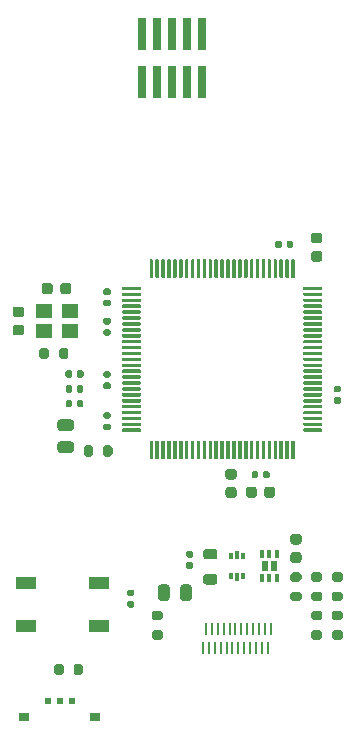
<source format=gbr>
%TF.GenerationSoftware,KiCad,Pcbnew,(5.1.9)-1*%
%TF.CreationDate,2021-07-09T22:50:26+02:00*%
%TF.ProjectId,hyperboard,68797065-7262-46f6-9172-642e6b696361,rev?*%
%TF.SameCoordinates,Original*%
%TF.FileFunction,Paste,Top*%
%TF.FilePolarity,Positive*%
%FSLAX46Y46*%
G04 Gerber Fmt 4.6, Leading zero omitted, Abs format (unit mm)*
G04 Created by KiCad (PCBNEW (5.1.9)-1) date 2021-07-09 22:50:26*
%MOMM*%
%LPD*%
G01*
G04 APERTURE LIST*
%ADD10R,1.800000X1.100000*%
%ADD11R,0.900000X0.700000*%
%ADD12R,0.600000X0.510000*%
%ADD13R,0.375000X0.500000*%
%ADD14R,0.300000X0.650000*%
%ADD15R,0.270000X1.000000*%
%ADD16R,1.400000X1.200000*%
%ADD17R,0.630000X0.820000*%
%ADD18R,0.350000X0.650000*%
%ADD19R,0.740000X2.790000*%
G04 APERTURE END LIST*
D10*
%TO.C,SW1*%
X126350000Y-139850000D03*
X120150000Y-139850000D03*
X126350000Y-136150000D03*
X120150000Y-136150000D03*
%TD*%
D11*
%TO.C,SW2*%
X126000000Y-147550000D03*
X120000000Y-147550000D03*
D12*
X123000000Y-146195000D03*
X124000000Y-146195000D03*
X122000000Y-146195000D03*
%TD*%
D13*
%TO.C,U3*%
X137462500Y-133900000D03*
X138537500Y-133900000D03*
D14*
X138000000Y-135675000D03*
X138000000Y-133825000D03*
D13*
X138537500Y-135600000D03*
X137462500Y-135600000D03*
%TD*%
%TO.C,C9*%
G36*
G01*
X143250000Y-132925000D02*
X142750000Y-132925000D01*
G75*
G02*
X142525000Y-132700000I0J225000D01*
G01*
X142525000Y-132250000D01*
G75*
G02*
X142750000Y-132025000I225000J0D01*
G01*
X143250000Y-132025000D01*
G75*
G02*
X143475000Y-132250000I0J-225000D01*
G01*
X143475000Y-132700000D01*
G75*
G02*
X143250000Y-132925000I-225000J0D01*
G01*
G37*
G36*
G01*
X143250000Y-134475000D02*
X142750000Y-134475000D01*
G75*
G02*
X142525000Y-134250000I0J225000D01*
G01*
X142525000Y-133800000D01*
G75*
G02*
X142750000Y-133575000I225000J0D01*
G01*
X143250000Y-133575000D01*
G75*
G02*
X143475000Y-133800000I0J-225000D01*
G01*
X143475000Y-134250000D01*
G75*
G02*
X143250000Y-134475000I-225000J0D01*
G01*
G37*
%TD*%
D15*
%TO.C,J5*%
X135375000Y-140035000D03*
X135875000Y-140035000D03*
X136375000Y-140035000D03*
X136875000Y-140035000D03*
X137375000Y-140035000D03*
X137875000Y-140035000D03*
X138375000Y-140035000D03*
X138875000Y-140035000D03*
X139375000Y-140035000D03*
X139875000Y-140035000D03*
X140375000Y-140035000D03*
X140875000Y-140035000D03*
X140625000Y-141685000D03*
X140125000Y-141685000D03*
X139625000Y-141685000D03*
X139125000Y-141685000D03*
X138625000Y-141685000D03*
X138125000Y-141685000D03*
X137625000Y-141685000D03*
X137125000Y-141685000D03*
X136625000Y-141685000D03*
X136125000Y-141685000D03*
X135625000Y-141685000D03*
X135125000Y-141685000D03*
%TD*%
%TO.C,U1*%
G36*
G01*
X130600000Y-110300000D02*
X130600000Y-108850000D01*
G75*
G02*
X130675000Y-108775000I75000J0D01*
G01*
X130825000Y-108775000D01*
G75*
G02*
X130900000Y-108850000I0J-75000D01*
G01*
X130900000Y-110300000D01*
G75*
G02*
X130825000Y-110375000I-75000J0D01*
G01*
X130675000Y-110375000D01*
G75*
G02*
X130600000Y-110300000I0J75000D01*
G01*
G37*
G36*
G01*
X131100000Y-110300000D02*
X131100000Y-108850000D01*
G75*
G02*
X131175000Y-108775000I75000J0D01*
G01*
X131325000Y-108775000D01*
G75*
G02*
X131400000Y-108850000I0J-75000D01*
G01*
X131400000Y-110300000D01*
G75*
G02*
X131325000Y-110375000I-75000J0D01*
G01*
X131175000Y-110375000D01*
G75*
G02*
X131100000Y-110300000I0J75000D01*
G01*
G37*
G36*
G01*
X131600000Y-110300000D02*
X131600000Y-108850000D01*
G75*
G02*
X131675000Y-108775000I75000J0D01*
G01*
X131825000Y-108775000D01*
G75*
G02*
X131900000Y-108850000I0J-75000D01*
G01*
X131900000Y-110300000D01*
G75*
G02*
X131825000Y-110375000I-75000J0D01*
G01*
X131675000Y-110375000D01*
G75*
G02*
X131600000Y-110300000I0J75000D01*
G01*
G37*
G36*
G01*
X132100000Y-110300000D02*
X132100000Y-108850000D01*
G75*
G02*
X132175000Y-108775000I75000J0D01*
G01*
X132325000Y-108775000D01*
G75*
G02*
X132400000Y-108850000I0J-75000D01*
G01*
X132400000Y-110300000D01*
G75*
G02*
X132325000Y-110375000I-75000J0D01*
G01*
X132175000Y-110375000D01*
G75*
G02*
X132100000Y-110300000I0J75000D01*
G01*
G37*
G36*
G01*
X132600000Y-110300000D02*
X132600000Y-108850000D01*
G75*
G02*
X132675000Y-108775000I75000J0D01*
G01*
X132825000Y-108775000D01*
G75*
G02*
X132900000Y-108850000I0J-75000D01*
G01*
X132900000Y-110300000D01*
G75*
G02*
X132825000Y-110375000I-75000J0D01*
G01*
X132675000Y-110375000D01*
G75*
G02*
X132600000Y-110300000I0J75000D01*
G01*
G37*
G36*
G01*
X133100000Y-110300000D02*
X133100000Y-108850000D01*
G75*
G02*
X133175000Y-108775000I75000J0D01*
G01*
X133325000Y-108775000D01*
G75*
G02*
X133400000Y-108850000I0J-75000D01*
G01*
X133400000Y-110300000D01*
G75*
G02*
X133325000Y-110375000I-75000J0D01*
G01*
X133175000Y-110375000D01*
G75*
G02*
X133100000Y-110300000I0J75000D01*
G01*
G37*
G36*
G01*
X133600000Y-110300000D02*
X133600000Y-108850000D01*
G75*
G02*
X133675000Y-108775000I75000J0D01*
G01*
X133825000Y-108775000D01*
G75*
G02*
X133900000Y-108850000I0J-75000D01*
G01*
X133900000Y-110300000D01*
G75*
G02*
X133825000Y-110375000I-75000J0D01*
G01*
X133675000Y-110375000D01*
G75*
G02*
X133600000Y-110300000I0J75000D01*
G01*
G37*
G36*
G01*
X134100000Y-110300000D02*
X134100000Y-108850000D01*
G75*
G02*
X134175000Y-108775000I75000J0D01*
G01*
X134325000Y-108775000D01*
G75*
G02*
X134400000Y-108850000I0J-75000D01*
G01*
X134400000Y-110300000D01*
G75*
G02*
X134325000Y-110375000I-75000J0D01*
G01*
X134175000Y-110375000D01*
G75*
G02*
X134100000Y-110300000I0J75000D01*
G01*
G37*
G36*
G01*
X134600000Y-110300000D02*
X134600000Y-108850000D01*
G75*
G02*
X134675000Y-108775000I75000J0D01*
G01*
X134825000Y-108775000D01*
G75*
G02*
X134900000Y-108850000I0J-75000D01*
G01*
X134900000Y-110300000D01*
G75*
G02*
X134825000Y-110375000I-75000J0D01*
G01*
X134675000Y-110375000D01*
G75*
G02*
X134600000Y-110300000I0J75000D01*
G01*
G37*
G36*
G01*
X135100000Y-110300000D02*
X135100000Y-108850000D01*
G75*
G02*
X135175000Y-108775000I75000J0D01*
G01*
X135325000Y-108775000D01*
G75*
G02*
X135400000Y-108850000I0J-75000D01*
G01*
X135400000Y-110300000D01*
G75*
G02*
X135325000Y-110375000I-75000J0D01*
G01*
X135175000Y-110375000D01*
G75*
G02*
X135100000Y-110300000I0J75000D01*
G01*
G37*
G36*
G01*
X135600000Y-110300000D02*
X135600000Y-108850000D01*
G75*
G02*
X135675000Y-108775000I75000J0D01*
G01*
X135825000Y-108775000D01*
G75*
G02*
X135900000Y-108850000I0J-75000D01*
G01*
X135900000Y-110300000D01*
G75*
G02*
X135825000Y-110375000I-75000J0D01*
G01*
X135675000Y-110375000D01*
G75*
G02*
X135600000Y-110300000I0J75000D01*
G01*
G37*
G36*
G01*
X136100000Y-110300000D02*
X136100000Y-108850000D01*
G75*
G02*
X136175000Y-108775000I75000J0D01*
G01*
X136325000Y-108775000D01*
G75*
G02*
X136400000Y-108850000I0J-75000D01*
G01*
X136400000Y-110300000D01*
G75*
G02*
X136325000Y-110375000I-75000J0D01*
G01*
X136175000Y-110375000D01*
G75*
G02*
X136100000Y-110300000I0J75000D01*
G01*
G37*
G36*
G01*
X136600000Y-110300000D02*
X136600000Y-108850000D01*
G75*
G02*
X136675000Y-108775000I75000J0D01*
G01*
X136825000Y-108775000D01*
G75*
G02*
X136900000Y-108850000I0J-75000D01*
G01*
X136900000Y-110300000D01*
G75*
G02*
X136825000Y-110375000I-75000J0D01*
G01*
X136675000Y-110375000D01*
G75*
G02*
X136600000Y-110300000I0J75000D01*
G01*
G37*
G36*
G01*
X137100000Y-110300000D02*
X137100000Y-108850000D01*
G75*
G02*
X137175000Y-108775000I75000J0D01*
G01*
X137325000Y-108775000D01*
G75*
G02*
X137400000Y-108850000I0J-75000D01*
G01*
X137400000Y-110300000D01*
G75*
G02*
X137325000Y-110375000I-75000J0D01*
G01*
X137175000Y-110375000D01*
G75*
G02*
X137100000Y-110300000I0J75000D01*
G01*
G37*
G36*
G01*
X137600000Y-110300000D02*
X137600000Y-108850000D01*
G75*
G02*
X137675000Y-108775000I75000J0D01*
G01*
X137825000Y-108775000D01*
G75*
G02*
X137900000Y-108850000I0J-75000D01*
G01*
X137900000Y-110300000D01*
G75*
G02*
X137825000Y-110375000I-75000J0D01*
G01*
X137675000Y-110375000D01*
G75*
G02*
X137600000Y-110300000I0J75000D01*
G01*
G37*
G36*
G01*
X138100000Y-110300000D02*
X138100000Y-108850000D01*
G75*
G02*
X138175000Y-108775000I75000J0D01*
G01*
X138325000Y-108775000D01*
G75*
G02*
X138400000Y-108850000I0J-75000D01*
G01*
X138400000Y-110300000D01*
G75*
G02*
X138325000Y-110375000I-75000J0D01*
G01*
X138175000Y-110375000D01*
G75*
G02*
X138100000Y-110300000I0J75000D01*
G01*
G37*
G36*
G01*
X138600000Y-110300000D02*
X138600000Y-108850000D01*
G75*
G02*
X138675000Y-108775000I75000J0D01*
G01*
X138825000Y-108775000D01*
G75*
G02*
X138900000Y-108850000I0J-75000D01*
G01*
X138900000Y-110300000D01*
G75*
G02*
X138825000Y-110375000I-75000J0D01*
G01*
X138675000Y-110375000D01*
G75*
G02*
X138600000Y-110300000I0J75000D01*
G01*
G37*
G36*
G01*
X139100000Y-110300000D02*
X139100000Y-108850000D01*
G75*
G02*
X139175000Y-108775000I75000J0D01*
G01*
X139325000Y-108775000D01*
G75*
G02*
X139400000Y-108850000I0J-75000D01*
G01*
X139400000Y-110300000D01*
G75*
G02*
X139325000Y-110375000I-75000J0D01*
G01*
X139175000Y-110375000D01*
G75*
G02*
X139100000Y-110300000I0J75000D01*
G01*
G37*
G36*
G01*
X139600000Y-110300000D02*
X139600000Y-108850000D01*
G75*
G02*
X139675000Y-108775000I75000J0D01*
G01*
X139825000Y-108775000D01*
G75*
G02*
X139900000Y-108850000I0J-75000D01*
G01*
X139900000Y-110300000D01*
G75*
G02*
X139825000Y-110375000I-75000J0D01*
G01*
X139675000Y-110375000D01*
G75*
G02*
X139600000Y-110300000I0J75000D01*
G01*
G37*
G36*
G01*
X140100000Y-110300000D02*
X140100000Y-108850000D01*
G75*
G02*
X140175000Y-108775000I75000J0D01*
G01*
X140325000Y-108775000D01*
G75*
G02*
X140400000Y-108850000I0J-75000D01*
G01*
X140400000Y-110300000D01*
G75*
G02*
X140325000Y-110375000I-75000J0D01*
G01*
X140175000Y-110375000D01*
G75*
G02*
X140100000Y-110300000I0J75000D01*
G01*
G37*
G36*
G01*
X140600000Y-110300000D02*
X140600000Y-108850000D01*
G75*
G02*
X140675000Y-108775000I75000J0D01*
G01*
X140825000Y-108775000D01*
G75*
G02*
X140900000Y-108850000I0J-75000D01*
G01*
X140900000Y-110300000D01*
G75*
G02*
X140825000Y-110375000I-75000J0D01*
G01*
X140675000Y-110375000D01*
G75*
G02*
X140600000Y-110300000I0J75000D01*
G01*
G37*
G36*
G01*
X141100000Y-110300000D02*
X141100000Y-108850000D01*
G75*
G02*
X141175000Y-108775000I75000J0D01*
G01*
X141325000Y-108775000D01*
G75*
G02*
X141400000Y-108850000I0J-75000D01*
G01*
X141400000Y-110300000D01*
G75*
G02*
X141325000Y-110375000I-75000J0D01*
G01*
X141175000Y-110375000D01*
G75*
G02*
X141100000Y-110300000I0J75000D01*
G01*
G37*
G36*
G01*
X141600000Y-110300000D02*
X141600000Y-108850000D01*
G75*
G02*
X141675000Y-108775000I75000J0D01*
G01*
X141825000Y-108775000D01*
G75*
G02*
X141900000Y-108850000I0J-75000D01*
G01*
X141900000Y-110300000D01*
G75*
G02*
X141825000Y-110375000I-75000J0D01*
G01*
X141675000Y-110375000D01*
G75*
G02*
X141600000Y-110300000I0J75000D01*
G01*
G37*
G36*
G01*
X142100000Y-110300000D02*
X142100000Y-108850000D01*
G75*
G02*
X142175000Y-108775000I75000J0D01*
G01*
X142325000Y-108775000D01*
G75*
G02*
X142400000Y-108850000I0J-75000D01*
G01*
X142400000Y-110300000D01*
G75*
G02*
X142325000Y-110375000I-75000J0D01*
G01*
X142175000Y-110375000D01*
G75*
G02*
X142100000Y-110300000I0J75000D01*
G01*
G37*
G36*
G01*
X142600000Y-110300000D02*
X142600000Y-108850000D01*
G75*
G02*
X142675000Y-108775000I75000J0D01*
G01*
X142825000Y-108775000D01*
G75*
G02*
X142900000Y-108850000I0J-75000D01*
G01*
X142900000Y-110300000D01*
G75*
G02*
X142825000Y-110375000I-75000J0D01*
G01*
X142675000Y-110375000D01*
G75*
G02*
X142600000Y-110300000I0J75000D01*
G01*
G37*
G36*
G01*
X143625000Y-111325000D02*
X143625000Y-111175000D01*
G75*
G02*
X143700000Y-111100000I75000J0D01*
G01*
X145150000Y-111100000D01*
G75*
G02*
X145225000Y-111175000I0J-75000D01*
G01*
X145225000Y-111325000D01*
G75*
G02*
X145150000Y-111400000I-75000J0D01*
G01*
X143700000Y-111400000D01*
G75*
G02*
X143625000Y-111325000I0J75000D01*
G01*
G37*
G36*
G01*
X143625000Y-111825000D02*
X143625000Y-111675000D01*
G75*
G02*
X143700000Y-111600000I75000J0D01*
G01*
X145150000Y-111600000D01*
G75*
G02*
X145225000Y-111675000I0J-75000D01*
G01*
X145225000Y-111825000D01*
G75*
G02*
X145150000Y-111900000I-75000J0D01*
G01*
X143700000Y-111900000D01*
G75*
G02*
X143625000Y-111825000I0J75000D01*
G01*
G37*
G36*
G01*
X143625000Y-112325000D02*
X143625000Y-112175000D01*
G75*
G02*
X143700000Y-112100000I75000J0D01*
G01*
X145150000Y-112100000D01*
G75*
G02*
X145225000Y-112175000I0J-75000D01*
G01*
X145225000Y-112325000D01*
G75*
G02*
X145150000Y-112400000I-75000J0D01*
G01*
X143700000Y-112400000D01*
G75*
G02*
X143625000Y-112325000I0J75000D01*
G01*
G37*
G36*
G01*
X143625000Y-112825000D02*
X143625000Y-112675000D01*
G75*
G02*
X143700000Y-112600000I75000J0D01*
G01*
X145150000Y-112600000D01*
G75*
G02*
X145225000Y-112675000I0J-75000D01*
G01*
X145225000Y-112825000D01*
G75*
G02*
X145150000Y-112900000I-75000J0D01*
G01*
X143700000Y-112900000D01*
G75*
G02*
X143625000Y-112825000I0J75000D01*
G01*
G37*
G36*
G01*
X143625000Y-113325000D02*
X143625000Y-113175000D01*
G75*
G02*
X143700000Y-113100000I75000J0D01*
G01*
X145150000Y-113100000D01*
G75*
G02*
X145225000Y-113175000I0J-75000D01*
G01*
X145225000Y-113325000D01*
G75*
G02*
X145150000Y-113400000I-75000J0D01*
G01*
X143700000Y-113400000D01*
G75*
G02*
X143625000Y-113325000I0J75000D01*
G01*
G37*
G36*
G01*
X143625000Y-113825000D02*
X143625000Y-113675000D01*
G75*
G02*
X143700000Y-113600000I75000J0D01*
G01*
X145150000Y-113600000D01*
G75*
G02*
X145225000Y-113675000I0J-75000D01*
G01*
X145225000Y-113825000D01*
G75*
G02*
X145150000Y-113900000I-75000J0D01*
G01*
X143700000Y-113900000D01*
G75*
G02*
X143625000Y-113825000I0J75000D01*
G01*
G37*
G36*
G01*
X143625000Y-114325000D02*
X143625000Y-114175000D01*
G75*
G02*
X143700000Y-114100000I75000J0D01*
G01*
X145150000Y-114100000D01*
G75*
G02*
X145225000Y-114175000I0J-75000D01*
G01*
X145225000Y-114325000D01*
G75*
G02*
X145150000Y-114400000I-75000J0D01*
G01*
X143700000Y-114400000D01*
G75*
G02*
X143625000Y-114325000I0J75000D01*
G01*
G37*
G36*
G01*
X143625000Y-114825000D02*
X143625000Y-114675000D01*
G75*
G02*
X143700000Y-114600000I75000J0D01*
G01*
X145150000Y-114600000D01*
G75*
G02*
X145225000Y-114675000I0J-75000D01*
G01*
X145225000Y-114825000D01*
G75*
G02*
X145150000Y-114900000I-75000J0D01*
G01*
X143700000Y-114900000D01*
G75*
G02*
X143625000Y-114825000I0J75000D01*
G01*
G37*
G36*
G01*
X143625000Y-115325000D02*
X143625000Y-115175000D01*
G75*
G02*
X143700000Y-115100000I75000J0D01*
G01*
X145150000Y-115100000D01*
G75*
G02*
X145225000Y-115175000I0J-75000D01*
G01*
X145225000Y-115325000D01*
G75*
G02*
X145150000Y-115400000I-75000J0D01*
G01*
X143700000Y-115400000D01*
G75*
G02*
X143625000Y-115325000I0J75000D01*
G01*
G37*
G36*
G01*
X143625000Y-115825000D02*
X143625000Y-115675000D01*
G75*
G02*
X143700000Y-115600000I75000J0D01*
G01*
X145150000Y-115600000D01*
G75*
G02*
X145225000Y-115675000I0J-75000D01*
G01*
X145225000Y-115825000D01*
G75*
G02*
X145150000Y-115900000I-75000J0D01*
G01*
X143700000Y-115900000D01*
G75*
G02*
X143625000Y-115825000I0J75000D01*
G01*
G37*
G36*
G01*
X143625000Y-116325000D02*
X143625000Y-116175000D01*
G75*
G02*
X143700000Y-116100000I75000J0D01*
G01*
X145150000Y-116100000D01*
G75*
G02*
X145225000Y-116175000I0J-75000D01*
G01*
X145225000Y-116325000D01*
G75*
G02*
X145150000Y-116400000I-75000J0D01*
G01*
X143700000Y-116400000D01*
G75*
G02*
X143625000Y-116325000I0J75000D01*
G01*
G37*
G36*
G01*
X143625000Y-116825000D02*
X143625000Y-116675000D01*
G75*
G02*
X143700000Y-116600000I75000J0D01*
G01*
X145150000Y-116600000D01*
G75*
G02*
X145225000Y-116675000I0J-75000D01*
G01*
X145225000Y-116825000D01*
G75*
G02*
X145150000Y-116900000I-75000J0D01*
G01*
X143700000Y-116900000D01*
G75*
G02*
X143625000Y-116825000I0J75000D01*
G01*
G37*
G36*
G01*
X143625000Y-117325000D02*
X143625000Y-117175000D01*
G75*
G02*
X143700000Y-117100000I75000J0D01*
G01*
X145150000Y-117100000D01*
G75*
G02*
X145225000Y-117175000I0J-75000D01*
G01*
X145225000Y-117325000D01*
G75*
G02*
X145150000Y-117400000I-75000J0D01*
G01*
X143700000Y-117400000D01*
G75*
G02*
X143625000Y-117325000I0J75000D01*
G01*
G37*
G36*
G01*
X143625000Y-117825000D02*
X143625000Y-117675000D01*
G75*
G02*
X143700000Y-117600000I75000J0D01*
G01*
X145150000Y-117600000D01*
G75*
G02*
X145225000Y-117675000I0J-75000D01*
G01*
X145225000Y-117825000D01*
G75*
G02*
X145150000Y-117900000I-75000J0D01*
G01*
X143700000Y-117900000D01*
G75*
G02*
X143625000Y-117825000I0J75000D01*
G01*
G37*
G36*
G01*
X143625000Y-118325000D02*
X143625000Y-118175000D01*
G75*
G02*
X143700000Y-118100000I75000J0D01*
G01*
X145150000Y-118100000D01*
G75*
G02*
X145225000Y-118175000I0J-75000D01*
G01*
X145225000Y-118325000D01*
G75*
G02*
X145150000Y-118400000I-75000J0D01*
G01*
X143700000Y-118400000D01*
G75*
G02*
X143625000Y-118325000I0J75000D01*
G01*
G37*
G36*
G01*
X143625000Y-118825000D02*
X143625000Y-118675000D01*
G75*
G02*
X143700000Y-118600000I75000J0D01*
G01*
X145150000Y-118600000D01*
G75*
G02*
X145225000Y-118675000I0J-75000D01*
G01*
X145225000Y-118825000D01*
G75*
G02*
X145150000Y-118900000I-75000J0D01*
G01*
X143700000Y-118900000D01*
G75*
G02*
X143625000Y-118825000I0J75000D01*
G01*
G37*
G36*
G01*
X143625000Y-119325000D02*
X143625000Y-119175000D01*
G75*
G02*
X143700000Y-119100000I75000J0D01*
G01*
X145150000Y-119100000D01*
G75*
G02*
X145225000Y-119175000I0J-75000D01*
G01*
X145225000Y-119325000D01*
G75*
G02*
X145150000Y-119400000I-75000J0D01*
G01*
X143700000Y-119400000D01*
G75*
G02*
X143625000Y-119325000I0J75000D01*
G01*
G37*
G36*
G01*
X143625000Y-119825000D02*
X143625000Y-119675000D01*
G75*
G02*
X143700000Y-119600000I75000J0D01*
G01*
X145150000Y-119600000D01*
G75*
G02*
X145225000Y-119675000I0J-75000D01*
G01*
X145225000Y-119825000D01*
G75*
G02*
X145150000Y-119900000I-75000J0D01*
G01*
X143700000Y-119900000D01*
G75*
G02*
X143625000Y-119825000I0J75000D01*
G01*
G37*
G36*
G01*
X143625000Y-120325000D02*
X143625000Y-120175000D01*
G75*
G02*
X143700000Y-120100000I75000J0D01*
G01*
X145150000Y-120100000D01*
G75*
G02*
X145225000Y-120175000I0J-75000D01*
G01*
X145225000Y-120325000D01*
G75*
G02*
X145150000Y-120400000I-75000J0D01*
G01*
X143700000Y-120400000D01*
G75*
G02*
X143625000Y-120325000I0J75000D01*
G01*
G37*
G36*
G01*
X143625000Y-120825000D02*
X143625000Y-120675000D01*
G75*
G02*
X143700000Y-120600000I75000J0D01*
G01*
X145150000Y-120600000D01*
G75*
G02*
X145225000Y-120675000I0J-75000D01*
G01*
X145225000Y-120825000D01*
G75*
G02*
X145150000Y-120900000I-75000J0D01*
G01*
X143700000Y-120900000D01*
G75*
G02*
X143625000Y-120825000I0J75000D01*
G01*
G37*
G36*
G01*
X143625000Y-121325000D02*
X143625000Y-121175000D01*
G75*
G02*
X143700000Y-121100000I75000J0D01*
G01*
X145150000Y-121100000D01*
G75*
G02*
X145225000Y-121175000I0J-75000D01*
G01*
X145225000Y-121325000D01*
G75*
G02*
X145150000Y-121400000I-75000J0D01*
G01*
X143700000Y-121400000D01*
G75*
G02*
X143625000Y-121325000I0J75000D01*
G01*
G37*
G36*
G01*
X143625000Y-121825000D02*
X143625000Y-121675000D01*
G75*
G02*
X143700000Y-121600000I75000J0D01*
G01*
X145150000Y-121600000D01*
G75*
G02*
X145225000Y-121675000I0J-75000D01*
G01*
X145225000Y-121825000D01*
G75*
G02*
X145150000Y-121900000I-75000J0D01*
G01*
X143700000Y-121900000D01*
G75*
G02*
X143625000Y-121825000I0J75000D01*
G01*
G37*
G36*
G01*
X143625000Y-122325000D02*
X143625000Y-122175000D01*
G75*
G02*
X143700000Y-122100000I75000J0D01*
G01*
X145150000Y-122100000D01*
G75*
G02*
X145225000Y-122175000I0J-75000D01*
G01*
X145225000Y-122325000D01*
G75*
G02*
X145150000Y-122400000I-75000J0D01*
G01*
X143700000Y-122400000D01*
G75*
G02*
X143625000Y-122325000I0J75000D01*
G01*
G37*
G36*
G01*
X143625000Y-122825000D02*
X143625000Y-122675000D01*
G75*
G02*
X143700000Y-122600000I75000J0D01*
G01*
X145150000Y-122600000D01*
G75*
G02*
X145225000Y-122675000I0J-75000D01*
G01*
X145225000Y-122825000D01*
G75*
G02*
X145150000Y-122900000I-75000J0D01*
G01*
X143700000Y-122900000D01*
G75*
G02*
X143625000Y-122825000I0J75000D01*
G01*
G37*
G36*
G01*
X143625000Y-123325000D02*
X143625000Y-123175000D01*
G75*
G02*
X143700000Y-123100000I75000J0D01*
G01*
X145150000Y-123100000D01*
G75*
G02*
X145225000Y-123175000I0J-75000D01*
G01*
X145225000Y-123325000D01*
G75*
G02*
X145150000Y-123400000I-75000J0D01*
G01*
X143700000Y-123400000D01*
G75*
G02*
X143625000Y-123325000I0J75000D01*
G01*
G37*
G36*
G01*
X142600000Y-125650000D02*
X142600000Y-124200000D01*
G75*
G02*
X142675000Y-124125000I75000J0D01*
G01*
X142825000Y-124125000D01*
G75*
G02*
X142900000Y-124200000I0J-75000D01*
G01*
X142900000Y-125650000D01*
G75*
G02*
X142825000Y-125725000I-75000J0D01*
G01*
X142675000Y-125725000D01*
G75*
G02*
X142600000Y-125650000I0J75000D01*
G01*
G37*
G36*
G01*
X142100000Y-125650000D02*
X142100000Y-124200000D01*
G75*
G02*
X142175000Y-124125000I75000J0D01*
G01*
X142325000Y-124125000D01*
G75*
G02*
X142400000Y-124200000I0J-75000D01*
G01*
X142400000Y-125650000D01*
G75*
G02*
X142325000Y-125725000I-75000J0D01*
G01*
X142175000Y-125725000D01*
G75*
G02*
X142100000Y-125650000I0J75000D01*
G01*
G37*
G36*
G01*
X141600000Y-125650000D02*
X141600000Y-124200000D01*
G75*
G02*
X141675000Y-124125000I75000J0D01*
G01*
X141825000Y-124125000D01*
G75*
G02*
X141900000Y-124200000I0J-75000D01*
G01*
X141900000Y-125650000D01*
G75*
G02*
X141825000Y-125725000I-75000J0D01*
G01*
X141675000Y-125725000D01*
G75*
G02*
X141600000Y-125650000I0J75000D01*
G01*
G37*
G36*
G01*
X141100000Y-125650000D02*
X141100000Y-124200000D01*
G75*
G02*
X141175000Y-124125000I75000J0D01*
G01*
X141325000Y-124125000D01*
G75*
G02*
X141400000Y-124200000I0J-75000D01*
G01*
X141400000Y-125650000D01*
G75*
G02*
X141325000Y-125725000I-75000J0D01*
G01*
X141175000Y-125725000D01*
G75*
G02*
X141100000Y-125650000I0J75000D01*
G01*
G37*
G36*
G01*
X140600000Y-125650000D02*
X140600000Y-124200000D01*
G75*
G02*
X140675000Y-124125000I75000J0D01*
G01*
X140825000Y-124125000D01*
G75*
G02*
X140900000Y-124200000I0J-75000D01*
G01*
X140900000Y-125650000D01*
G75*
G02*
X140825000Y-125725000I-75000J0D01*
G01*
X140675000Y-125725000D01*
G75*
G02*
X140600000Y-125650000I0J75000D01*
G01*
G37*
G36*
G01*
X140100000Y-125650000D02*
X140100000Y-124200000D01*
G75*
G02*
X140175000Y-124125000I75000J0D01*
G01*
X140325000Y-124125000D01*
G75*
G02*
X140400000Y-124200000I0J-75000D01*
G01*
X140400000Y-125650000D01*
G75*
G02*
X140325000Y-125725000I-75000J0D01*
G01*
X140175000Y-125725000D01*
G75*
G02*
X140100000Y-125650000I0J75000D01*
G01*
G37*
G36*
G01*
X139600000Y-125650000D02*
X139600000Y-124200000D01*
G75*
G02*
X139675000Y-124125000I75000J0D01*
G01*
X139825000Y-124125000D01*
G75*
G02*
X139900000Y-124200000I0J-75000D01*
G01*
X139900000Y-125650000D01*
G75*
G02*
X139825000Y-125725000I-75000J0D01*
G01*
X139675000Y-125725000D01*
G75*
G02*
X139600000Y-125650000I0J75000D01*
G01*
G37*
G36*
G01*
X139100000Y-125650000D02*
X139100000Y-124200000D01*
G75*
G02*
X139175000Y-124125000I75000J0D01*
G01*
X139325000Y-124125000D01*
G75*
G02*
X139400000Y-124200000I0J-75000D01*
G01*
X139400000Y-125650000D01*
G75*
G02*
X139325000Y-125725000I-75000J0D01*
G01*
X139175000Y-125725000D01*
G75*
G02*
X139100000Y-125650000I0J75000D01*
G01*
G37*
G36*
G01*
X138600000Y-125650000D02*
X138600000Y-124200000D01*
G75*
G02*
X138675000Y-124125000I75000J0D01*
G01*
X138825000Y-124125000D01*
G75*
G02*
X138900000Y-124200000I0J-75000D01*
G01*
X138900000Y-125650000D01*
G75*
G02*
X138825000Y-125725000I-75000J0D01*
G01*
X138675000Y-125725000D01*
G75*
G02*
X138600000Y-125650000I0J75000D01*
G01*
G37*
G36*
G01*
X138100000Y-125650000D02*
X138100000Y-124200000D01*
G75*
G02*
X138175000Y-124125000I75000J0D01*
G01*
X138325000Y-124125000D01*
G75*
G02*
X138400000Y-124200000I0J-75000D01*
G01*
X138400000Y-125650000D01*
G75*
G02*
X138325000Y-125725000I-75000J0D01*
G01*
X138175000Y-125725000D01*
G75*
G02*
X138100000Y-125650000I0J75000D01*
G01*
G37*
G36*
G01*
X137600000Y-125650000D02*
X137600000Y-124200000D01*
G75*
G02*
X137675000Y-124125000I75000J0D01*
G01*
X137825000Y-124125000D01*
G75*
G02*
X137900000Y-124200000I0J-75000D01*
G01*
X137900000Y-125650000D01*
G75*
G02*
X137825000Y-125725000I-75000J0D01*
G01*
X137675000Y-125725000D01*
G75*
G02*
X137600000Y-125650000I0J75000D01*
G01*
G37*
G36*
G01*
X137100000Y-125650000D02*
X137100000Y-124200000D01*
G75*
G02*
X137175000Y-124125000I75000J0D01*
G01*
X137325000Y-124125000D01*
G75*
G02*
X137400000Y-124200000I0J-75000D01*
G01*
X137400000Y-125650000D01*
G75*
G02*
X137325000Y-125725000I-75000J0D01*
G01*
X137175000Y-125725000D01*
G75*
G02*
X137100000Y-125650000I0J75000D01*
G01*
G37*
G36*
G01*
X136600000Y-125650000D02*
X136600000Y-124200000D01*
G75*
G02*
X136675000Y-124125000I75000J0D01*
G01*
X136825000Y-124125000D01*
G75*
G02*
X136900000Y-124200000I0J-75000D01*
G01*
X136900000Y-125650000D01*
G75*
G02*
X136825000Y-125725000I-75000J0D01*
G01*
X136675000Y-125725000D01*
G75*
G02*
X136600000Y-125650000I0J75000D01*
G01*
G37*
G36*
G01*
X136100000Y-125650000D02*
X136100000Y-124200000D01*
G75*
G02*
X136175000Y-124125000I75000J0D01*
G01*
X136325000Y-124125000D01*
G75*
G02*
X136400000Y-124200000I0J-75000D01*
G01*
X136400000Y-125650000D01*
G75*
G02*
X136325000Y-125725000I-75000J0D01*
G01*
X136175000Y-125725000D01*
G75*
G02*
X136100000Y-125650000I0J75000D01*
G01*
G37*
G36*
G01*
X135600000Y-125650000D02*
X135600000Y-124200000D01*
G75*
G02*
X135675000Y-124125000I75000J0D01*
G01*
X135825000Y-124125000D01*
G75*
G02*
X135900000Y-124200000I0J-75000D01*
G01*
X135900000Y-125650000D01*
G75*
G02*
X135825000Y-125725000I-75000J0D01*
G01*
X135675000Y-125725000D01*
G75*
G02*
X135600000Y-125650000I0J75000D01*
G01*
G37*
G36*
G01*
X135100000Y-125650000D02*
X135100000Y-124200000D01*
G75*
G02*
X135175000Y-124125000I75000J0D01*
G01*
X135325000Y-124125000D01*
G75*
G02*
X135400000Y-124200000I0J-75000D01*
G01*
X135400000Y-125650000D01*
G75*
G02*
X135325000Y-125725000I-75000J0D01*
G01*
X135175000Y-125725000D01*
G75*
G02*
X135100000Y-125650000I0J75000D01*
G01*
G37*
G36*
G01*
X134600000Y-125650000D02*
X134600000Y-124200000D01*
G75*
G02*
X134675000Y-124125000I75000J0D01*
G01*
X134825000Y-124125000D01*
G75*
G02*
X134900000Y-124200000I0J-75000D01*
G01*
X134900000Y-125650000D01*
G75*
G02*
X134825000Y-125725000I-75000J0D01*
G01*
X134675000Y-125725000D01*
G75*
G02*
X134600000Y-125650000I0J75000D01*
G01*
G37*
G36*
G01*
X134100000Y-125650000D02*
X134100000Y-124200000D01*
G75*
G02*
X134175000Y-124125000I75000J0D01*
G01*
X134325000Y-124125000D01*
G75*
G02*
X134400000Y-124200000I0J-75000D01*
G01*
X134400000Y-125650000D01*
G75*
G02*
X134325000Y-125725000I-75000J0D01*
G01*
X134175000Y-125725000D01*
G75*
G02*
X134100000Y-125650000I0J75000D01*
G01*
G37*
G36*
G01*
X133600000Y-125650000D02*
X133600000Y-124200000D01*
G75*
G02*
X133675000Y-124125000I75000J0D01*
G01*
X133825000Y-124125000D01*
G75*
G02*
X133900000Y-124200000I0J-75000D01*
G01*
X133900000Y-125650000D01*
G75*
G02*
X133825000Y-125725000I-75000J0D01*
G01*
X133675000Y-125725000D01*
G75*
G02*
X133600000Y-125650000I0J75000D01*
G01*
G37*
G36*
G01*
X133100000Y-125650000D02*
X133100000Y-124200000D01*
G75*
G02*
X133175000Y-124125000I75000J0D01*
G01*
X133325000Y-124125000D01*
G75*
G02*
X133400000Y-124200000I0J-75000D01*
G01*
X133400000Y-125650000D01*
G75*
G02*
X133325000Y-125725000I-75000J0D01*
G01*
X133175000Y-125725000D01*
G75*
G02*
X133100000Y-125650000I0J75000D01*
G01*
G37*
G36*
G01*
X132600000Y-125650000D02*
X132600000Y-124200000D01*
G75*
G02*
X132675000Y-124125000I75000J0D01*
G01*
X132825000Y-124125000D01*
G75*
G02*
X132900000Y-124200000I0J-75000D01*
G01*
X132900000Y-125650000D01*
G75*
G02*
X132825000Y-125725000I-75000J0D01*
G01*
X132675000Y-125725000D01*
G75*
G02*
X132600000Y-125650000I0J75000D01*
G01*
G37*
G36*
G01*
X132100000Y-125650000D02*
X132100000Y-124200000D01*
G75*
G02*
X132175000Y-124125000I75000J0D01*
G01*
X132325000Y-124125000D01*
G75*
G02*
X132400000Y-124200000I0J-75000D01*
G01*
X132400000Y-125650000D01*
G75*
G02*
X132325000Y-125725000I-75000J0D01*
G01*
X132175000Y-125725000D01*
G75*
G02*
X132100000Y-125650000I0J75000D01*
G01*
G37*
G36*
G01*
X131600000Y-125650000D02*
X131600000Y-124200000D01*
G75*
G02*
X131675000Y-124125000I75000J0D01*
G01*
X131825000Y-124125000D01*
G75*
G02*
X131900000Y-124200000I0J-75000D01*
G01*
X131900000Y-125650000D01*
G75*
G02*
X131825000Y-125725000I-75000J0D01*
G01*
X131675000Y-125725000D01*
G75*
G02*
X131600000Y-125650000I0J75000D01*
G01*
G37*
G36*
G01*
X131100000Y-125650000D02*
X131100000Y-124200000D01*
G75*
G02*
X131175000Y-124125000I75000J0D01*
G01*
X131325000Y-124125000D01*
G75*
G02*
X131400000Y-124200000I0J-75000D01*
G01*
X131400000Y-125650000D01*
G75*
G02*
X131325000Y-125725000I-75000J0D01*
G01*
X131175000Y-125725000D01*
G75*
G02*
X131100000Y-125650000I0J75000D01*
G01*
G37*
G36*
G01*
X130600000Y-125650000D02*
X130600000Y-124200000D01*
G75*
G02*
X130675000Y-124125000I75000J0D01*
G01*
X130825000Y-124125000D01*
G75*
G02*
X130900000Y-124200000I0J-75000D01*
G01*
X130900000Y-125650000D01*
G75*
G02*
X130825000Y-125725000I-75000J0D01*
G01*
X130675000Y-125725000D01*
G75*
G02*
X130600000Y-125650000I0J75000D01*
G01*
G37*
G36*
G01*
X128275000Y-123325000D02*
X128275000Y-123175000D01*
G75*
G02*
X128350000Y-123100000I75000J0D01*
G01*
X129800000Y-123100000D01*
G75*
G02*
X129875000Y-123175000I0J-75000D01*
G01*
X129875000Y-123325000D01*
G75*
G02*
X129800000Y-123400000I-75000J0D01*
G01*
X128350000Y-123400000D01*
G75*
G02*
X128275000Y-123325000I0J75000D01*
G01*
G37*
G36*
G01*
X128275000Y-122825000D02*
X128275000Y-122675000D01*
G75*
G02*
X128350000Y-122600000I75000J0D01*
G01*
X129800000Y-122600000D01*
G75*
G02*
X129875000Y-122675000I0J-75000D01*
G01*
X129875000Y-122825000D01*
G75*
G02*
X129800000Y-122900000I-75000J0D01*
G01*
X128350000Y-122900000D01*
G75*
G02*
X128275000Y-122825000I0J75000D01*
G01*
G37*
G36*
G01*
X128275000Y-122325000D02*
X128275000Y-122175000D01*
G75*
G02*
X128350000Y-122100000I75000J0D01*
G01*
X129800000Y-122100000D01*
G75*
G02*
X129875000Y-122175000I0J-75000D01*
G01*
X129875000Y-122325000D01*
G75*
G02*
X129800000Y-122400000I-75000J0D01*
G01*
X128350000Y-122400000D01*
G75*
G02*
X128275000Y-122325000I0J75000D01*
G01*
G37*
G36*
G01*
X128275000Y-121825000D02*
X128275000Y-121675000D01*
G75*
G02*
X128350000Y-121600000I75000J0D01*
G01*
X129800000Y-121600000D01*
G75*
G02*
X129875000Y-121675000I0J-75000D01*
G01*
X129875000Y-121825000D01*
G75*
G02*
X129800000Y-121900000I-75000J0D01*
G01*
X128350000Y-121900000D01*
G75*
G02*
X128275000Y-121825000I0J75000D01*
G01*
G37*
G36*
G01*
X128275000Y-121325000D02*
X128275000Y-121175000D01*
G75*
G02*
X128350000Y-121100000I75000J0D01*
G01*
X129800000Y-121100000D01*
G75*
G02*
X129875000Y-121175000I0J-75000D01*
G01*
X129875000Y-121325000D01*
G75*
G02*
X129800000Y-121400000I-75000J0D01*
G01*
X128350000Y-121400000D01*
G75*
G02*
X128275000Y-121325000I0J75000D01*
G01*
G37*
G36*
G01*
X128275000Y-120825000D02*
X128275000Y-120675000D01*
G75*
G02*
X128350000Y-120600000I75000J0D01*
G01*
X129800000Y-120600000D01*
G75*
G02*
X129875000Y-120675000I0J-75000D01*
G01*
X129875000Y-120825000D01*
G75*
G02*
X129800000Y-120900000I-75000J0D01*
G01*
X128350000Y-120900000D01*
G75*
G02*
X128275000Y-120825000I0J75000D01*
G01*
G37*
G36*
G01*
X128275000Y-120325000D02*
X128275000Y-120175000D01*
G75*
G02*
X128350000Y-120100000I75000J0D01*
G01*
X129800000Y-120100000D01*
G75*
G02*
X129875000Y-120175000I0J-75000D01*
G01*
X129875000Y-120325000D01*
G75*
G02*
X129800000Y-120400000I-75000J0D01*
G01*
X128350000Y-120400000D01*
G75*
G02*
X128275000Y-120325000I0J75000D01*
G01*
G37*
G36*
G01*
X128275000Y-119825000D02*
X128275000Y-119675000D01*
G75*
G02*
X128350000Y-119600000I75000J0D01*
G01*
X129800000Y-119600000D01*
G75*
G02*
X129875000Y-119675000I0J-75000D01*
G01*
X129875000Y-119825000D01*
G75*
G02*
X129800000Y-119900000I-75000J0D01*
G01*
X128350000Y-119900000D01*
G75*
G02*
X128275000Y-119825000I0J75000D01*
G01*
G37*
G36*
G01*
X128275000Y-119325000D02*
X128275000Y-119175000D01*
G75*
G02*
X128350000Y-119100000I75000J0D01*
G01*
X129800000Y-119100000D01*
G75*
G02*
X129875000Y-119175000I0J-75000D01*
G01*
X129875000Y-119325000D01*
G75*
G02*
X129800000Y-119400000I-75000J0D01*
G01*
X128350000Y-119400000D01*
G75*
G02*
X128275000Y-119325000I0J75000D01*
G01*
G37*
G36*
G01*
X128275000Y-118825000D02*
X128275000Y-118675000D01*
G75*
G02*
X128350000Y-118600000I75000J0D01*
G01*
X129800000Y-118600000D01*
G75*
G02*
X129875000Y-118675000I0J-75000D01*
G01*
X129875000Y-118825000D01*
G75*
G02*
X129800000Y-118900000I-75000J0D01*
G01*
X128350000Y-118900000D01*
G75*
G02*
X128275000Y-118825000I0J75000D01*
G01*
G37*
G36*
G01*
X128275000Y-118325000D02*
X128275000Y-118175000D01*
G75*
G02*
X128350000Y-118100000I75000J0D01*
G01*
X129800000Y-118100000D01*
G75*
G02*
X129875000Y-118175000I0J-75000D01*
G01*
X129875000Y-118325000D01*
G75*
G02*
X129800000Y-118400000I-75000J0D01*
G01*
X128350000Y-118400000D01*
G75*
G02*
X128275000Y-118325000I0J75000D01*
G01*
G37*
G36*
G01*
X128275000Y-117825000D02*
X128275000Y-117675000D01*
G75*
G02*
X128350000Y-117600000I75000J0D01*
G01*
X129800000Y-117600000D01*
G75*
G02*
X129875000Y-117675000I0J-75000D01*
G01*
X129875000Y-117825000D01*
G75*
G02*
X129800000Y-117900000I-75000J0D01*
G01*
X128350000Y-117900000D01*
G75*
G02*
X128275000Y-117825000I0J75000D01*
G01*
G37*
G36*
G01*
X128275000Y-117325000D02*
X128275000Y-117175000D01*
G75*
G02*
X128350000Y-117100000I75000J0D01*
G01*
X129800000Y-117100000D01*
G75*
G02*
X129875000Y-117175000I0J-75000D01*
G01*
X129875000Y-117325000D01*
G75*
G02*
X129800000Y-117400000I-75000J0D01*
G01*
X128350000Y-117400000D01*
G75*
G02*
X128275000Y-117325000I0J75000D01*
G01*
G37*
G36*
G01*
X128275000Y-116825000D02*
X128275000Y-116675000D01*
G75*
G02*
X128350000Y-116600000I75000J0D01*
G01*
X129800000Y-116600000D01*
G75*
G02*
X129875000Y-116675000I0J-75000D01*
G01*
X129875000Y-116825000D01*
G75*
G02*
X129800000Y-116900000I-75000J0D01*
G01*
X128350000Y-116900000D01*
G75*
G02*
X128275000Y-116825000I0J75000D01*
G01*
G37*
G36*
G01*
X128275000Y-116325000D02*
X128275000Y-116175000D01*
G75*
G02*
X128350000Y-116100000I75000J0D01*
G01*
X129800000Y-116100000D01*
G75*
G02*
X129875000Y-116175000I0J-75000D01*
G01*
X129875000Y-116325000D01*
G75*
G02*
X129800000Y-116400000I-75000J0D01*
G01*
X128350000Y-116400000D01*
G75*
G02*
X128275000Y-116325000I0J75000D01*
G01*
G37*
G36*
G01*
X128275000Y-115825000D02*
X128275000Y-115675000D01*
G75*
G02*
X128350000Y-115600000I75000J0D01*
G01*
X129800000Y-115600000D01*
G75*
G02*
X129875000Y-115675000I0J-75000D01*
G01*
X129875000Y-115825000D01*
G75*
G02*
X129800000Y-115900000I-75000J0D01*
G01*
X128350000Y-115900000D01*
G75*
G02*
X128275000Y-115825000I0J75000D01*
G01*
G37*
G36*
G01*
X128275000Y-115325000D02*
X128275000Y-115175000D01*
G75*
G02*
X128350000Y-115100000I75000J0D01*
G01*
X129800000Y-115100000D01*
G75*
G02*
X129875000Y-115175000I0J-75000D01*
G01*
X129875000Y-115325000D01*
G75*
G02*
X129800000Y-115400000I-75000J0D01*
G01*
X128350000Y-115400000D01*
G75*
G02*
X128275000Y-115325000I0J75000D01*
G01*
G37*
G36*
G01*
X128275000Y-114825000D02*
X128275000Y-114675000D01*
G75*
G02*
X128350000Y-114600000I75000J0D01*
G01*
X129800000Y-114600000D01*
G75*
G02*
X129875000Y-114675000I0J-75000D01*
G01*
X129875000Y-114825000D01*
G75*
G02*
X129800000Y-114900000I-75000J0D01*
G01*
X128350000Y-114900000D01*
G75*
G02*
X128275000Y-114825000I0J75000D01*
G01*
G37*
G36*
G01*
X128275000Y-114325000D02*
X128275000Y-114175000D01*
G75*
G02*
X128350000Y-114100000I75000J0D01*
G01*
X129800000Y-114100000D01*
G75*
G02*
X129875000Y-114175000I0J-75000D01*
G01*
X129875000Y-114325000D01*
G75*
G02*
X129800000Y-114400000I-75000J0D01*
G01*
X128350000Y-114400000D01*
G75*
G02*
X128275000Y-114325000I0J75000D01*
G01*
G37*
G36*
G01*
X128275000Y-113825000D02*
X128275000Y-113675000D01*
G75*
G02*
X128350000Y-113600000I75000J0D01*
G01*
X129800000Y-113600000D01*
G75*
G02*
X129875000Y-113675000I0J-75000D01*
G01*
X129875000Y-113825000D01*
G75*
G02*
X129800000Y-113900000I-75000J0D01*
G01*
X128350000Y-113900000D01*
G75*
G02*
X128275000Y-113825000I0J75000D01*
G01*
G37*
G36*
G01*
X128275000Y-113325000D02*
X128275000Y-113175000D01*
G75*
G02*
X128350000Y-113100000I75000J0D01*
G01*
X129800000Y-113100000D01*
G75*
G02*
X129875000Y-113175000I0J-75000D01*
G01*
X129875000Y-113325000D01*
G75*
G02*
X129800000Y-113400000I-75000J0D01*
G01*
X128350000Y-113400000D01*
G75*
G02*
X128275000Y-113325000I0J75000D01*
G01*
G37*
G36*
G01*
X128275000Y-112825000D02*
X128275000Y-112675000D01*
G75*
G02*
X128350000Y-112600000I75000J0D01*
G01*
X129800000Y-112600000D01*
G75*
G02*
X129875000Y-112675000I0J-75000D01*
G01*
X129875000Y-112825000D01*
G75*
G02*
X129800000Y-112900000I-75000J0D01*
G01*
X128350000Y-112900000D01*
G75*
G02*
X128275000Y-112825000I0J75000D01*
G01*
G37*
G36*
G01*
X128275000Y-112325000D02*
X128275000Y-112175000D01*
G75*
G02*
X128350000Y-112100000I75000J0D01*
G01*
X129800000Y-112100000D01*
G75*
G02*
X129875000Y-112175000I0J-75000D01*
G01*
X129875000Y-112325000D01*
G75*
G02*
X129800000Y-112400000I-75000J0D01*
G01*
X128350000Y-112400000D01*
G75*
G02*
X128275000Y-112325000I0J75000D01*
G01*
G37*
G36*
G01*
X128275000Y-111825000D02*
X128275000Y-111675000D01*
G75*
G02*
X128350000Y-111600000I75000J0D01*
G01*
X129800000Y-111600000D01*
G75*
G02*
X129875000Y-111675000I0J-75000D01*
G01*
X129875000Y-111825000D01*
G75*
G02*
X129800000Y-111900000I-75000J0D01*
G01*
X128350000Y-111900000D01*
G75*
G02*
X128275000Y-111825000I0J75000D01*
G01*
G37*
G36*
G01*
X128275000Y-111325000D02*
X128275000Y-111175000D01*
G75*
G02*
X128350000Y-111100000I75000J0D01*
G01*
X129800000Y-111100000D01*
G75*
G02*
X129875000Y-111175000I0J-75000D01*
G01*
X129875000Y-111325000D01*
G75*
G02*
X129800000Y-111400000I-75000J0D01*
G01*
X128350000Y-111400000D01*
G75*
G02*
X128275000Y-111325000I0J75000D01*
G01*
G37*
%TD*%
%TO.C,C17*%
G36*
G01*
X127170000Y-114300000D02*
X126830000Y-114300000D01*
G75*
G02*
X126690000Y-114160000I0J140000D01*
G01*
X126690000Y-113880000D01*
G75*
G02*
X126830000Y-113740000I140000J0D01*
G01*
X127170000Y-113740000D01*
G75*
G02*
X127310000Y-113880000I0J-140000D01*
G01*
X127310000Y-114160000D01*
G75*
G02*
X127170000Y-114300000I-140000J0D01*
G01*
G37*
G36*
G01*
X127170000Y-115260000D02*
X126830000Y-115260000D01*
G75*
G02*
X126690000Y-115120000I0J140000D01*
G01*
X126690000Y-114840000D01*
G75*
G02*
X126830000Y-114700000I140000J0D01*
G01*
X127170000Y-114700000D01*
G75*
G02*
X127310000Y-114840000I0J-140000D01*
G01*
X127310000Y-115120000D01*
G75*
G02*
X127170000Y-115260000I-140000J0D01*
G01*
G37*
%TD*%
%TO.C,C16*%
G36*
G01*
X127170000Y-112760000D02*
X126830000Y-112760000D01*
G75*
G02*
X126690000Y-112620000I0J140000D01*
G01*
X126690000Y-112340000D01*
G75*
G02*
X126830000Y-112200000I140000J0D01*
G01*
X127170000Y-112200000D01*
G75*
G02*
X127310000Y-112340000I0J-140000D01*
G01*
X127310000Y-112620000D01*
G75*
G02*
X127170000Y-112760000I-140000J0D01*
G01*
G37*
G36*
G01*
X127170000Y-111800000D02*
X126830000Y-111800000D01*
G75*
G02*
X126690000Y-111660000I0J140000D01*
G01*
X126690000Y-111380000D01*
G75*
G02*
X126830000Y-111240000I140000J0D01*
G01*
X127170000Y-111240000D01*
G75*
G02*
X127310000Y-111380000I0J-140000D01*
G01*
X127310000Y-111660000D01*
G75*
G02*
X127170000Y-111800000I-140000J0D01*
G01*
G37*
%TD*%
%TO.C,C6*%
G36*
G01*
X124050000Y-120830000D02*
X124050000Y-121170000D01*
G75*
G02*
X123910000Y-121310000I-140000J0D01*
G01*
X123630000Y-121310000D01*
G75*
G02*
X123490000Y-121170000I0J140000D01*
G01*
X123490000Y-120830000D01*
G75*
G02*
X123630000Y-120690000I140000J0D01*
G01*
X123910000Y-120690000D01*
G75*
G02*
X124050000Y-120830000I0J-140000D01*
G01*
G37*
G36*
G01*
X125010000Y-120830000D02*
X125010000Y-121170000D01*
G75*
G02*
X124870000Y-121310000I-140000J0D01*
G01*
X124590000Y-121310000D01*
G75*
G02*
X124450000Y-121170000I0J140000D01*
G01*
X124450000Y-120830000D01*
G75*
G02*
X124590000Y-120690000I140000J0D01*
G01*
X124870000Y-120690000D01*
G75*
G02*
X125010000Y-120830000I0J-140000D01*
G01*
G37*
%TD*%
%TO.C,C7*%
G36*
G01*
X124050000Y-119580000D02*
X124050000Y-119920000D01*
G75*
G02*
X123910000Y-120060000I-140000J0D01*
G01*
X123630000Y-120060000D01*
G75*
G02*
X123490000Y-119920000I0J140000D01*
G01*
X123490000Y-119580000D01*
G75*
G02*
X123630000Y-119440000I140000J0D01*
G01*
X123910000Y-119440000D01*
G75*
G02*
X124050000Y-119580000I0J-140000D01*
G01*
G37*
G36*
G01*
X125010000Y-119580000D02*
X125010000Y-119920000D01*
G75*
G02*
X124870000Y-120060000I-140000J0D01*
G01*
X124590000Y-120060000D01*
G75*
G02*
X124450000Y-119920000I0J140000D01*
G01*
X124450000Y-119580000D01*
G75*
G02*
X124590000Y-119440000I140000J0D01*
G01*
X124870000Y-119440000D01*
G75*
G02*
X125010000Y-119580000I0J-140000D01*
G01*
G37*
%TD*%
%TO.C,L1*%
G36*
G01*
X124440000Y-118672500D02*
X124440000Y-118327500D01*
G75*
G02*
X124587500Y-118180000I147500J0D01*
G01*
X124882500Y-118180000D01*
G75*
G02*
X125030000Y-118327500I0J-147500D01*
G01*
X125030000Y-118672500D01*
G75*
G02*
X124882500Y-118820000I-147500J0D01*
G01*
X124587500Y-118820000D01*
G75*
G02*
X124440000Y-118672500I0J147500D01*
G01*
G37*
G36*
G01*
X123470000Y-118672500D02*
X123470000Y-118327500D01*
G75*
G02*
X123617500Y-118180000I147500J0D01*
G01*
X123912500Y-118180000D01*
G75*
G02*
X124060000Y-118327500I0J-147500D01*
G01*
X124060000Y-118672500D01*
G75*
G02*
X123912500Y-118820000I-147500J0D01*
G01*
X123617500Y-118820000D01*
G75*
G02*
X123470000Y-118672500I0J147500D01*
G01*
G37*
%TD*%
%TO.C,R4*%
G36*
G01*
X145025000Y-136075000D02*
X144475000Y-136075000D01*
G75*
G02*
X144275000Y-135875000I0J200000D01*
G01*
X144275000Y-135475000D01*
G75*
G02*
X144475000Y-135275000I200000J0D01*
G01*
X145025000Y-135275000D01*
G75*
G02*
X145225000Y-135475000I0J-200000D01*
G01*
X145225000Y-135875000D01*
G75*
G02*
X145025000Y-136075000I-200000J0D01*
G01*
G37*
G36*
G01*
X145025000Y-137725000D02*
X144475000Y-137725000D01*
G75*
G02*
X144275000Y-137525000I0J200000D01*
G01*
X144275000Y-137125000D01*
G75*
G02*
X144475000Y-136925000I200000J0D01*
G01*
X145025000Y-136925000D01*
G75*
G02*
X145225000Y-137125000I0J-200000D01*
G01*
X145225000Y-137525000D01*
G75*
G02*
X145025000Y-137725000I-200000J0D01*
G01*
G37*
%TD*%
%TO.C,C8*%
G36*
G01*
X133830000Y-134430000D02*
X134170000Y-134430000D01*
G75*
G02*
X134310000Y-134570000I0J-140000D01*
G01*
X134310000Y-134850000D01*
G75*
G02*
X134170000Y-134990000I-140000J0D01*
G01*
X133830000Y-134990000D01*
G75*
G02*
X133690000Y-134850000I0J140000D01*
G01*
X133690000Y-134570000D01*
G75*
G02*
X133830000Y-134430000I140000J0D01*
G01*
G37*
G36*
G01*
X133830000Y-133470000D02*
X134170000Y-133470000D01*
G75*
G02*
X134310000Y-133610000I0J-140000D01*
G01*
X134310000Y-133890000D01*
G75*
G02*
X134170000Y-134030000I-140000J0D01*
G01*
X133830000Y-134030000D01*
G75*
G02*
X133690000Y-133890000I0J140000D01*
G01*
X133690000Y-133610000D01*
G75*
G02*
X133830000Y-133470000I140000J0D01*
G01*
G37*
%TD*%
D16*
%TO.C,Y1*%
X123850000Y-114850000D03*
X121650000Y-114850000D03*
X121650000Y-113150000D03*
X123850000Y-113150000D03*
%TD*%
D17*
%TO.C,U2*%
X141150000Y-134750000D03*
X140350000Y-134750000D03*
D18*
X140100000Y-133700000D03*
X140750000Y-133700000D03*
X141400000Y-133700000D03*
X141400000Y-135800000D03*
X140750000Y-135800000D03*
X140100000Y-135800000D03*
%TD*%
%TO.C,R8*%
G36*
G01*
X146775000Y-139325000D02*
X146225000Y-139325000D01*
G75*
G02*
X146025000Y-139125000I0J200000D01*
G01*
X146025000Y-138725000D01*
G75*
G02*
X146225000Y-138525000I200000J0D01*
G01*
X146775000Y-138525000D01*
G75*
G02*
X146975000Y-138725000I0J-200000D01*
G01*
X146975000Y-139125000D01*
G75*
G02*
X146775000Y-139325000I-200000J0D01*
G01*
G37*
G36*
G01*
X146775000Y-140975000D02*
X146225000Y-140975000D01*
G75*
G02*
X146025000Y-140775000I0J200000D01*
G01*
X146025000Y-140375000D01*
G75*
G02*
X146225000Y-140175000I200000J0D01*
G01*
X146775000Y-140175000D01*
G75*
G02*
X146975000Y-140375000I0J-200000D01*
G01*
X146975000Y-140775000D01*
G75*
G02*
X146775000Y-140975000I-200000J0D01*
G01*
G37*
%TD*%
%TO.C,R7*%
G36*
G01*
X145025000Y-139325000D02*
X144475000Y-139325000D01*
G75*
G02*
X144275000Y-139125000I0J200000D01*
G01*
X144275000Y-138725000D01*
G75*
G02*
X144475000Y-138525000I200000J0D01*
G01*
X145025000Y-138525000D01*
G75*
G02*
X145225000Y-138725000I0J-200000D01*
G01*
X145225000Y-139125000D01*
G75*
G02*
X145025000Y-139325000I-200000J0D01*
G01*
G37*
G36*
G01*
X145025000Y-140975000D02*
X144475000Y-140975000D01*
G75*
G02*
X144275000Y-140775000I0J200000D01*
G01*
X144275000Y-140375000D01*
G75*
G02*
X144475000Y-140175000I200000J0D01*
G01*
X145025000Y-140175000D01*
G75*
G02*
X145225000Y-140375000I0J-200000D01*
G01*
X145225000Y-140775000D01*
G75*
G02*
X145025000Y-140975000I-200000J0D01*
G01*
G37*
%TD*%
%TO.C,R2*%
G36*
G01*
X131525000Y-139325000D02*
X130975000Y-139325000D01*
G75*
G02*
X130775000Y-139125000I0J200000D01*
G01*
X130775000Y-138725000D01*
G75*
G02*
X130975000Y-138525000I200000J0D01*
G01*
X131525000Y-138525000D01*
G75*
G02*
X131725000Y-138725000I0J-200000D01*
G01*
X131725000Y-139125000D01*
G75*
G02*
X131525000Y-139325000I-200000J0D01*
G01*
G37*
G36*
G01*
X131525000Y-140975000D02*
X130975000Y-140975000D01*
G75*
G02*
X130775000Y-140775000I0J200000D01*
G01*
X130775000Y-140375000D01*
G75*
G02*
X130975000Y-140175000I200000J0D01*
G01*
X131525000Y-140175000D01*
G75*
G02*
X131725000Y-140375000I0J-200000D01*
G01*
X131725000Y-140775000D01*
G75*
G02*
X131525000Y-140975000I-200000J0D01*
G01*
G37*
%TD*%
%TO.C,R6*%
G36*
G01*
X125825000Y-124725000D02*
X125825000Y-125275000D01*
G75*
G02*
X125625000Y-125475000I-200000J0D01*
G01*
X125225000Y-125475000D01*
G75*
G02*
X125025000Y-125275000I0J200000D01*
G01*
X125025000Y-124725000D01*
G75*
G02*
X125225000Y-124525000I200000J0D01*
G01*
X125625000Y-124525000D01*
G75*
G02*
X125825000Y-124725000I0J-200000D01*
G01*
G37*
G36*
G01*
X127475000Y-124725000D02*
X127475000Y-125275000D01*
G75*
G02*
X127275000Y-125475000I-200000J0D01*
G01*
X126875000Y-125475000D01*
G75*
G02*
X126675000Y-125275000I0J200000D01*
G01*
X126675000Y-124725000D01*
G75*
G02*
X126875000Y-124525000I200000J0D01*
G01*
X127275000Y-124525000D01*
G75*
G02*
X127475000Y-124725000I0J-200000D01*
G01*
G37*
%TD*%
%TO.C,R5*%
G36*
G01*
X142725000Y-136925000D02*
X143275000Y-136925000D01*
G75*
G02*
X143475000Y-137125000I0J-200000D01*
G01*
X143475000Y-137525000D01*
G75*
G02*
X143275000Y-137725000I-200000J0D01*
G01*
X142725000Y-137725000D01*
G75*
G02*
X142525000Y-137525000I0J200000D01*
G01*
X142525000Y-137125000D01*
G75*
G02*
X142725000Y-136925000I200000J0D01*
G01*
G37*
G36*
G01*
X142725000Y-135275000D02*
X143275000Y-135275000D01*
G75*
G02*
X143475000Y-135475000I0J-200000D01*
G01*
X143475000Y-135875000D01*
G75*
G02*
X143275000Y-136075000I-200000J0D01*
G01*
X142725000Y-136075000D01*
G75*
G02*
X142525000Y-135875000I0J200000D01*
G01*
X142525000Y-135475000D01*
G75*
G02*
X142725000Y-135275000I200000J0D01*
G01*
G37*
%TD*%
%TO.C,R3*%
G36*
G01*
X146225000Y-136925000D02*
X146775000Y-136925000D01*
G75*
G02*
X146975000Y-137125000I0J-200000D01*
G01*
X146975000Y-137525000D01*
G75*
G02*
X146775000Y-137725000I-200000J0D01*
G01*
X146225000Y-137725000D01*
G75*
G02*
X146025000Y-137525000I0J200000D01*
G01*
X146025000Y-137125000D01*
G75*
G02*
X146225000Y-136925000I200000J0D01*
G01*
G37*
G36*
G01*
X146225000Y-135275000D02*
X146775000Y-135275000D01*
G75*
G02*
X146975000Y-135475000I0J-200000D01*
G01*
X146975000Y-135875000D01*
G75*
G02*
X146775000Y-136075000I-200000J0D01*
G01*
X146225000Y-136075000D01*
G75*
G02*
X146025000Y-135875000I0J200000D01*
G01*
X146025000Y-135475000D01*
G75*
G02*
X146225000Y-135275000I200000J0D01*
G01*
G37*
%TD*%
%TO.C,R9*%
G36*
G01*
X124175000Y-143775000D02*
X124175000Y-143225000D01*
G75*
G02*
X124375000Y-143025000I200000J0D01*
G01*
X124775000Y-143025000D01*
G75*
G02*
X124975000Y-143225000I0J-200000D01*
G01*
X124975000Y-143775000D01*
G75*
G02*
X124775000Y-143975000I-200000J0D01*
G01*
X124375000Y-143975000D01*
G75*
G02*
X124175000Y-143775000I0J200000D01*
G01*
G37*
G36*
G01*
X122525000Y-143775000D02*
X122525000Y-143225000D01*
G75*
G02*
X122725000Y-143025000I200000J0D01*
G01*
X123125000Y-143025000D01*
G75*
G02*
X123325000Y-143225000I0J-200000D01*
G01*
X123325000Y-143775000D01*
G75*
G02*
X123125000Y-143975000I-200000J0D01*
G01*
X122725000Y-143975000D01*
G75*
G02*
X122525000Y-143775000I0J200000D01*
G01*
G37*
%TD*%
%TO.C,R1*%
G36*
G01*
X122925000Y-117025000D02*
X122925000Y-116475000D01*
G75*
G02*
X123125000Y-116275000I200000J0D01*
G01*
X123525000Y-116275000D01*
G75*
G02*
X123725000Y-116475000I0J-200000D01*
G01*
X123725000Y-117025000D01*
G75*
G02*
X123525000Y-117225000I-200000J0D01*
G01*
X123125000Y-117225000D01*
G75*
G02*
X122925000Y-117025000I0J200000D01*
G01*
G37*
G36*
G01*
X121275000Y-117025000D02*
X121275000Y-116475000D01*
G75*
G02*
X121475000Y-116275000I200000J0D01*
G01*
X121875000Y-116275000D01*
G75*
G02*
X122075000Y-116475000I0J-200000D01*
G01*
X122075000Y-117025000D01*
G75*
G02*
X121875000Y-117225000I-200000J0D01*
G01*
X121475000Y-117225000D01*
G75*
G02*
X121275000Y-117025000I0J200000D01*
G01*
G37*
%TD*%
D19*
%TO.C,J2*%
X135040000Y-89715000D03*
X135040000Y-93785000D03*
X133770000Y-89715000D03*
X133770000Y-93785000D03*
X132500000Y-89715000D03*
X132500000Y-93785000D03*
X131230000Y-89715000D03*
X131230000Y-93785000D03*
X129960000Y-89715000D03*
X129960000Y-93785000D03*
%TD*%
%TO.C,FB1*%
G36*
G01*
X135368750Y-133312500D02*
X136131250Y-133312500D01*
G75*
G02*
X136350000Y-133531250I0J-218750D01*
G01*
X136350000Y-133968750D01*
G75*
G02*
X136131250Y-134187500I-218750J0D01*
G01*
X135368750Y-134187500D01*
G75*
G02*
X135150000Y-133968750I0J218750D01*
G01*
X135150000Y-133531250D01*
G75*
G02*
X135368750Y-133312500I218750J0D01*
G01*
G37*
G36*
G01*
X135368750Y-135437500D02*
X136131250Y-135437500D01*
G75*
G02*
X136350000Y-135656250I0J-218750D01*
G01*
X136350000Y-136093750D01*
G75*
G02*
X136131250Y-136312500I-218750J0D01*
G01*
X135368750Y-136312500D01*
G75*
G02*
X135150000Y-136093750I0J218750D01*
G01*
X135150000Y-135656250D01*
G75*
G02*
X135368750Y-135437500I218750J0D01*
G01*
G37*
%TD*%
%TO.C,D1*%
G36*
G01*
X133200000Y-137456250D02*
X133200000Y-136543750D01*
G75*
G02*
X133443750Y-136300000I243750J0D01*
G01*
X133931250Y-136300000D01*
G75*
G02*
X134175000Y-136543750I0J-243750D01*
G01*
X134175000Y-137456250D01*
G75*
G02*
X133931250Y-137700000I-243750J0D01*
G01*
X133443750Y-137700000D01*
G75*
G02*
X133200000Y-137456250I0J243750D01*
G01*
G37*
G36*
G01*
X131325000Y-137456250D02*
X131325000Y-136543750D01*
G75*
G02*
X131568750Y-136300000I243750J0D01*
G01*
X132056250Y-136300000D01*
G75*
G02*
X132300000Y-136543750I0J-243750D01*
G01*
X132300000Y-137456250D01*
G75*
G02*
X132056250Y-137700000I-243750J0D01*
G01*
X131568750Y-137700000D01*
G75*
G02*
X131325000Y-137456250I0J243750D01*
G01*
G37*
%TD*%
%TO.C,D2*%
G36*
G01*
X123956250Y-123300000D02*
X123043750Y-123300000D01*
G75*
G02*
X122800000Y-123056250I0J243750D01*
G01*
X122800000Y-122568750D01*
G75*
G02*
X123043750Y-122325000I243750J0D01*
G01*
X123956250Y-122325000D01*
G75*
G02*
X124200000Y-122568750I0J-243750D01*
G01*
X124200000Y-123056250D01*
G75*
G02*
X123956250Y-123300000I-243750J0D01*
G01*
G37*
G36*
G01*
X123956250Y-125175000D02*
X123043750Y-125175000D01*
G75*
G02*
X122800000Y-124931250I0J243750D01*
G01*
X122800000Y-124443750D01*
G75*
G02*
X123043750Y-124200000I243750J0D01*
G01*
X123956250Y-124200000D01*
G75*
G02*
X124200000Y-124443750I0J-243750D01*
G01*
X124200000Y-124931250D01*
G75*
G02*
X123956250Y-125175000I-243750J0D01*
G01*
G37*
%TD*%
%TO.C,C15*%
G36*
G01*
X141800000Y-107330000D02*
X141800000Y-107670000D01*
G75*
G02*
X141660000Y-107810000I-140000J0D01*
G01*
X141380000Y-107810000D01*
G75*
G02*
X141240000Y-107670000I0J140000D01*
G01*
X141240000Y-107330000D01*
G75*
G02*
X141380000Y-107190000I140000J0D01*
G01*
X141660000Y-107190000D01*
G75*
G02*
X141800000Y-107330000I0J-140000D01*
G01*
G37*
G36*
G01*
X142760000Y-107330000D02*
X142760000Y-107670000D01*
G75*
G02*
X142620000Y-107810000I-140000J0D01*
G01*
X142340000Y-107810000D01*
G75*
G02*
X142200000Y-107670000I0J140000D01*
G01*
X142200000Y-107330000D01*
G75*
G02*
X142340000Y-107190000I140000J0D01*
G01*
X142620000Y-107190000D01*
G75*
G02*
X142760000Y-107330000I0J-140000D01*
G01*
G37*
%TD*%
%TO.C,C14*%
G36*
G01*
X146670000Y-120050000D02*
X146330000Y-120050000D01*
G75*
G02*
X146190000Y-119910000I0J140000D01*
G01*
X146190000Y-119630000D01*
G75*
G02*
X146330000Y-119490000I140000J0D01*
G01*
X146670000Y-119490000D01*
G75*
G02*
X146810000Y-119630000I0J-140000D01*
G01*
X146810000Y-119910000D01*
G75*
G02*
X146670000Y-120050000I-140000J0D01*
G01*
G37*
G36*
G01*
X146670000Y-121010000D02*
X146330000Y-121010000D01*
G75*
G02*
X146190000Y-120870000I0J140000D01*
G01*
X146190000Y-120590000D01*
G75*
G02*
X146330000Y-120450000I140000J0D01*
G01*
X146670000Y-120450000D01*
G75*
G02*
X146810000Y-120590000I0J-140000D01*
G01*
X146810000Y-120870000D01*
G75*
G02*
X146670000Y-121010000I-140000J0D01*
G01*
G37*
%TD*%
%TO.C,C13*%
G36*
G01*
X127170000Y-122280000D02*
X126830000Y-122280000D01*
G75*
G02*
X126690000Y-122140000I0J140000D01*
G01*
X126690000Y-121860000D01*
G75*
G02*
X126830000Y-121720000I140000J0D01*
G01*
X127170000Y-121720000D01*
G75*
G02*
X127310000Y-121860000I0J-140000D01*
G01*
X127310000Y-122140000D01*
G75*
G02*
X127170000Y-122280000I-140000J0D01*
G01*
G37*
G36*
G01*
X127170000Y-123240000D02*
X126830000Y-123240000D01*
G75*
G02*
X126690000Y-123100000I0J140000D01*
G01*
X126690000Y-122820000D01*
G75*
G02*
X126830000Y-122680000I140000J0D01*
G01*
X127170000Y-122680000D01*
G75*
G02*
X127310000Y-122820000I0J-140000D01*
G01*
X127310000Y-123100000D01*
G75*
G02*
X127170000Y-123240000I-140000J0D01*
G01*
G37*
%TD*%
%TO.C,C5*%
G36*
G01*
X119750000Y-113675000D02*
X119250000Y-113675000D01*
G75*
G02*
X119025000Y-113450000I0J225000D01*
G01*
X119025000Y-113000000D01*
G75*
G02*
X119250000Y-112775000I225000J0D01*
G01*
X119750000Y-112775000D01*
G75*
G02*
X119975000Y-113000000I0J-225000D01*
G01*
X119975000Y-113450000D01*
G75*
G02*
X119750000Y-113675000I-225000J0D01*
G01*
G37*
G36*
G01*
X119750000Y-115225000D02*
X119250000Y-115225000D01*
G75*
G02*
X119025000Y-115000000I0J225000D01*
G01*
X119025000Y-114550000D01*
G75*
G02*
X119250000Y-114325000I225000J0D01*
G01*
X119750000Y-114325000D01*
G75*
G02*
X119975000Y-114550000I0J-225000D01*
G01*
X119975000Y-115000000D01*
G75*
G02*
X119750000Y-115225000I-225000J0D01*
G01*
G37*
%TD*%
%TO.C,C12*%
G36*
G01*
X127170000Y-118800000D02*
X126830000Y-118800000D01*
G75*
G02*
X126690000Y-118660000I0J140000D01*
G01*
X126690000Y-118380000D01*
G75*
G02*
X126830000Y-118240000I140000J0D01*
G01*
X127170000Y-118240000D01*
G75*
G02*
X127310000Y-118380000I0J-140000D01*
G01*
X127310000Y-118660000D01*
G75*
G02*
X127170000Y-118800000I-140000J0D01*
G01*
G37*
G36*
G01*
X127170000Y-119760000D02*
X126830000Y-119760000D01*
G75*
G02*
X126690000Y-119620000I0J140000D01*
G01*
X126690000Y-119340000D01*
G75*
G02*
X126830000Y-119200000I140000J0D01*
G01*
X127170000Y-119200000D01*
G75*
G02*
X127310000Y-119340000I0J-140000D01*
G01*
X127310000Y-119620000D01*
G75*
G02*
X127170000Y-119760000I-140000J0D01*
G01*
G37*
%TD*%
%TO.C,C4*%
G36*
G01*
X145000000Y-107425000D02*
X144500000Y-107425000D01*
G75*
G02*
X144275000Y-107200000I0J225000D01*
G01*
X144275000Y-106750000D01*
G75*
G02*
X144500000Y-106525000I225000J0D01*
G01*
X145000000Y-106525000D01*
G75*
G02*
X145225000Y-106750000I0J-225000D01*
G01*
X145225000Y-107200000D01*
G75*
G02*
X145000000Y-107425000I-225000J0D01*
G01*
G37*
G36*
G01*
X145000000Y-108975000D02*
X144500000Y-108975000D01*
G75*
G02*
X144275000Y-108750000I0J225000D01*
G01*
X144275000Y-108300000D01*
G75*
G02*
X144500000Y-108075000I225000J0D01*
G01*
X145000000Y-108075000D01*
G75*
G02*
X145225000Y-108300000I0J-225000D01*
G01*
X145225000Y-108750000D01*
G75*
G02*
X145000000Y-108975000I-225000J0D01*
G01*
G37*
%TD*%
%TO.C,C3*%
G36*
G01*
X128830000Y-137700000D02*
X129170000Y-137700000D01*
G75*
G02*
X129310000Y-137840000I0J-140000D01*
G01*
X129310000Y-138120000D01*
G75*
G02*
X129170000Y-138260000I-140000J0D01*
G01*
X128830000Y-138260000D01*
G75*
G02*
X128690000Y-138120000I0J140000D01*
G01*
X128690000Y-137840000D01*
G75*
G02*
X128830000Y-137700000I140000J0D01*
G01*
G37*
G36*
G01*
X128830000Y-136740000D02*
X129170000Y-136740000D01*
G75*
G02*
X129310000Y-136880000I0J-140000D01*
G01*
X129310000Y-137160000D01*
G75*
G02*
X129170000Y-137300000I-140000J0D01*
G01*
X128830000Y-137300000D01*
G75*
G02*
X128690000Y-137160000I0J140000D01*
G01*
X128690000Y-136880000D01*
G75*
G02*
X128830000Y-136740000I140000J0D01*
G01*
G37*
%TD*%
%TO.C,C11*%
G36*
G01*
X140760000Y-126830000D02*
X140760000Y-127170000D01*
G75*
G02*
X140620000Y-127310000I-140000J0D01*
G01*
X140340000Y-127310000D01*
G75*
G02*
X140200000Y-127170000I0J140000D01*
G01*
X140200000Y-126830000D01*
G75*
G02*
X140340000Y-126690000I140000J0D01*
G01*
X140620000Y-126690000D01*
G75*
G02*
X140760000Y-126830000I0J-140000D01*
G01*
G37*
G36*
G01*
X139800000Y-126830000D02*
X139800000Y-127170000D01*
G75*
G02*
X139660000Y-127310000I-140000J0D01*
G01*
X139380000Y-127310000D01*
G75*
G02*
X139240000Y-127170000I0J140000D01*
G01*
X139240000Y-126830000D01*
G75*
G02*
X139380000Y-126690000I140000J0D01*
G01*
X139660000Y-126690000D01*
G75*
G02*
X139800000Y-126830000I0J-140000D01*
G01*
G37*
%TD*%
%TO.C,C2*%
G36*
G01*
X122400000Y-111000000D02*
X122400000Y-111500000D01*
G75*
G02*
X122175000Y-111725000I-225000J0D01*
G01*
X121725000Y-111725000D01*
G75*
G02*
X121500000Y-111500000I0J225000D01*
G01*
X121500000Y-111000000D01*
G75*
G02*
X121725000Y-110775000I225000J0D01*
G01*
X122175000Y-110775000D01*
G75*
G02*
X122400000Y-111000000I0J-225000D01*
G01*
G37*
G36*
G01*
X123950000Y-111000000D02*
X123950000Y-111500000D01*
G75*
G02*
X123725000Y-111725000I-225000J0D01*
G01*
X123275000Y-111725000D01*
G75*
G02*
X123050000Y-111500000I0J225000D01*
G01*
X123050000Y-111000000D01*
G75*
G02*
X123275000Y-110775000I225000J0D01*
G01*
X123725000Y-110775000D01*
G75*
G02*
X123950000Y-111000000I0J-225000D01*
G01*
G37*
%TD*%
%TO.C,C1*%
G36*
G01*
X137250000Y-128075000D02*
X137750000Y-128075000D01*
G75*
G02*
X137975000Y-128300000I0J-225000D01*
G01*
X137975000Y-128750000D01*
G75*
G02*
X137750000Y-128975000I-225000J0D01*
G01*
X137250000Y-128975000D01*
G75*
G02*
X137025000Y-128750000I0J225000D01*
G01*
X137025000Y-128300000D01*
G75*
G02*
X137250000Y-128075000I225000J0D01*
G01*
G37*
G36*
G01*
X137250000Y-126525000D02*
X137750000Y-126525000D01*
G75*
G02*
X137975000Y-126750000I0J-225000D01*
G01*
X137975000Y-127200000D01*
G75*
G02*
X137750000Y-127425000I-225000J0D01*
G01*
X137250000Y-127425000D01*
G75*
G02*
X137025000Y-127200000I0J225000D01*
G01*
X137025000Y-126750000D01*
G75*
G02*
X137250000Y-126525000I225000J0D01*
G01*
G37*
%TD*%
%TO.C,C10*%
G36*
G01*
X139675000Y-128250000D02*
X139675000Y-128750000D01*
G75*
G02*
X139450000Y-128975000I-225000J0D01*
G01*
X139000000Y-128975000D01*
G75*
G02*
X138775000Y-128750000I0J225000D01*
G01*
X138775000Y-128250000D01*
G75*
G02*
X139000000Y-128025000I225000J0D01*
G01*
X139450000Y-128025000D01*
G75*
G02*
X139675000Y-128250000I0J-225000D01*
G01*
G37*
G36*
G01*
X141225000Y-128250000D02*
X141225000Y-128750000D01*
G75*
G02*
X141000000Y-128975000I-225000J0D01*
G01*
X140550000Y-128975000D01*
G75*
G02*
X140325000Y-128750000I0J225000D01*
G01*
X140325000Y-128250000D01*
G75*
G02*
X140550000Y-128025000I225000J0D01*
G01*
X141000000Y-128025000D01*
G75*
G02*
X141225000Y-128250000I0J-225000D01*
G01*
G37*
%TD*%
M02*

</source>
